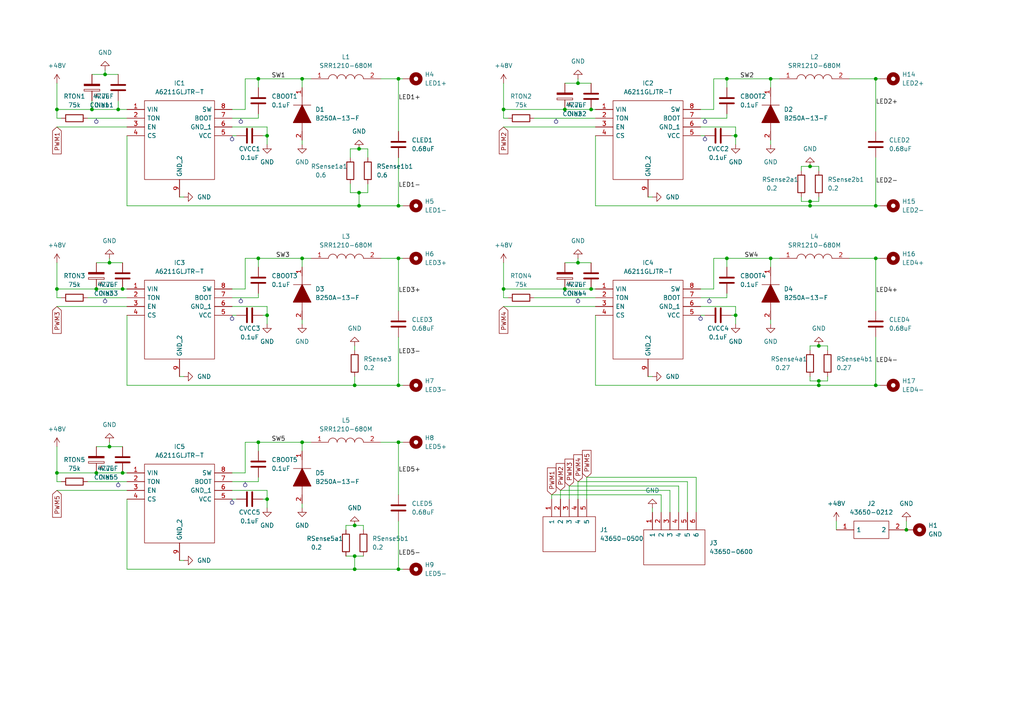
<source format=kicad_sch>
(kicad_sch (version 20230121) (generator eeschema)
  (paper "A4")
  (junction (at 115.57 128.27))
  (junction (at 16.51 31.75))
  (junction (at 262.89 153.67))
  (junction (at 102.87 111.76))
  (junction (at 27.94 137.16))
  (junction (at 104.14 55.88))
  (junction (at 223.52 22.86))
  (junction (at 74.93 74.93))
  (junction (at 163.83 31.75))
  (junction (at 27.94 83.82))
  (junction (at 213.36 39.37))
  (junction (at 77.47 39.37))
  (junction (at 77.47 91.44))
  (junction (at 163.83 83.82))
  (junction (at 234.95 59.69))
  (junction (at 87.63 22.86))
  (junction (at 223.52 74.93))
  (junction (at 234.95 48.26))
  (junction (at 254 59.69))
  (junction (at 115.57 165.1))
  (junction (at 171.45 31.75))
  (junction (at 30.48 21.59))
  (junction (at 254 111.76))
  (junction (at 167.64 76.2))
  (junction (at 102.87 161.29))
  (junction (at 234.95 58.42))
  (junction (at 115.57 22.86))
  (junction (at 210.82 22.86))
  (junction (at 31.75 76.2))
  (junction (at 35.56 137.16))
  (junction (at 213.36 91.44))
  (junction (at 115.57 59.69))
  (junction (at 35.56 83.82))
  (junction (at 26.67 31.75))
  (junction (at 102.87 165.1))
  (junction (at 104.14 43.18))
  (junction (at 104.14 59.69))
  (junction (at 31.75 129.54))
  (junction (at 254 74.93))
  (junction (at 115.57 111.76))
  (junction (at 74.93 128.27))
  (junction (at 87.63 128.27))
  (junction (at 167.64 24.13))
  (junction (at 254 22.86))
  (junction (at 171.45 83.82))
  (junction (at 34.29 31.75))
  (junction (at 146.05 83.82))
  (junction (at 87.63 74.93))
  (junction (at 237.49 100.33))
  (junction (at 102.87 152.4))
  (junction (at 237.49 111.76))
  (junction (at 146.05 31.75))
  (junction (at 210.82 74.93))
  (junction (at 115.57 74.93))
  (junction (at 74.93 22.86))
  (junction (at 77.47 144.78))
  (junction (at 16.51 83.82))
  (junction (at 16.51 137.16))
  (junction (at 237.49 110.49))
  (wire (pts (xy 77.47 144.78) (xy 77.47 147.32)))
  (wire (pts (xy 254 22.86) (xy 254 38.1)))
  (wire (pts (xy 194.31 142.24) (xy 194.31 148.59)))
  (wire (pts (xy 163.83 24.13) (xy 167.64 24.13)))
  (wire (pts (xy 16.51 129.54) (xy 16.51 137.16)))
  (wire (pts (xy 17.78 86.36) (xy 16.51 86.36)))
  (wire (pts (xy 254 45.72) (xy 254 59.69)))
  (wire (pts (xy 213.36 36.83) (xy 213.36 39.37)))
  (wire (pts (xy 87.63 92.71) (xy 87.63 93.98)))
  (wire (pts (xy 16.51 36.83) (xy 36.83 36.83)))
  (wire (pts (xy 36.83 111.76) (xy 36.83 91.44)))
  (wire (pts (xy 203.2 36.83) (xy 213.36 36.83)))
  (wire (pts (xy 194.31 142.24) (xy 162.56 142.24)))
  (wire (pts (xy 87.63 22.86) (xy 90.17 22.86)))
  (wire (pts (xy 234.95 48.26) (xy 237.49 48.26)))
  (wire (pts (xy 16.51 34.29) (xy 17.78 34.29)))
  (wire (pts (xy 74.93 22.86) (xy 87.63 22.86)))
  (wire (pts (xy 76.2 39.37) (xy 77.47 39.37)))
  (wire (pts (xy 77.47 36.83) (xy 77.47 39.37)))
  (wire (pts (xy 172.72 111.76) (xy 237.49 111.76)))
  (wire (pts (xy 210.82 22.86) (xy 223.52 22.86)))
  (wire (pts (xy 102.87 161.29) (xy 105.41 161.29)))
  (wire (pts (xy 31.75 128.27) (xy 31.75 129.54)))
  (wire (pts (xy 210.82 74.93) (xy 210.82 77.47)))
  (wire (pts (xy 27.94 129.54) (xy 31.75 129.54)))
  (wire (pts (xy 191.77 143.51) (xy 191.77 148.59)))
  (wire (pts (xy 106.68 53.34) (xy 106.68 55.88)))
  (wire (pts (xy 167.64 74.93) (xy 167.64 76.2)))
  (wire (pts (xy 102.87 109.22) (xy 102.87 111.76)))
  (wire (pts (xy 100.33 161.29) (xy 102.87 161.29)))
  (wire (pts (xy 201.93 138.43) (xy 201.93 148.59)))
  (wire (pts (xy 67.31 36.83) (xy 77.47 36.83)))
  (wire (pts (xy 223.52 22.86) (xy 226.06 22.86)))
  (wire (pts (xy 199.39 139.7) (xy 199.39 148.59)))
  (wire (pts (xy 115.57 74.93) (xy 115.57 90.17)))
  (wire (pts (xy 67.31 83.82) (xy 71.12 83.82)))
  (wire (pts (xy 100.33 153.67) (xy 100.33 152.4)))
  (wire (pts (xy 146.05 31.75) (xy 163.83 31.75)))
  (wire (pts (xy 254 74.93) (xy 254 90.17)))
  (wire (pts (xy 210.82 22.86) (xy 210.82 25.4)))
  (wire (pts (xy 146.05 88.9) (xy 172.72 88.9)))
  (wire (pts (xy 67.31 139.7) (xy 74.93 139.7)))
  (wire (pts (xy 87.63 40.64) (xy 87.63 41.91)))
  (wire (pts (xy 71.12 137.16) (xy 71.12 128.27)))
  (wire (pts (xy 115.57 59.69) (xy 116.84 59.69)))
  (wire (pts (xy 101.6 55.88) (xy 104.14 55.88)))
  (wire (pts (xy 254 22.86) (xy 255.27 22.86)))
  (wire (pts (xy 67.31 31.75) (xy 71.12 31.75)))
  (wire (pts (xy 87.63 146.05) (xy 87.63 147.32)))
  (wire (pts (xy 234.95 100.33) (xy 237.49 100.33)))
  (wire (pts (xy 167.64 139.7) (xy 167.64 144.78)))
  (wire (pts (xy 160.02 143.51) (xy 191.77 143.51)))
  (wire (pts (xy 223.52 74.93) (xy 226.06 74.93)))
  (wire (pts (xy 87.63 128.27) (xy 87.63 130.81)))
  (wire (pts (xy 102.87 101.6) (xy 102.87 100.33)))
  (wire (pts (xy 77.47 88.9) (xy 77.47 91.44)))
  (wire (pts (xy 67.31 142.24) (xy 77.47 142.24)))
  (wire (pts (xy 25.4 34.29) (xy 36.83 34.29)))
  (wire (pts (xy 234.95 58.42) (xy 237.49 58.42)))
  (wire (pts (xy 163.83 76.2) (xy 167.64 76.2)))
  (wire (pts (xy 237.49 58.42) (xy 237.49 57.15)))
  (wire (pts (xy 67.31 88.9) (xy 77.47 88.9)))
  (wire (pts (xy 147.32 34.29) (xy 146.05 34.29)))
  (wire (pts (xy 242.57 151.13) (xy 242.57 153.67)))
  (wire (pts (xy 87.63 22.86) (xy 87.63 25.4)))
  (wire (pts (xy 30.48 21.59) (xy 34.29 21.59)))
  (wire (pts (xy 102.87 111.76) (xy 36.83 111.76)))
  (wire (pts (xy 203.2 39.37) (xy 204.47 39.37)))
  (wire (pts (xy 74.93 74.93) (xy 87.63 74.93)))
  (wire (pts (xy 203.2 91.44) (xy 204.47 91.44)))
  (wire (pts (xy 213.36 39.37) (xy 213.36 41.91)))
  (wire (pts (xy 232.41 57.15) (xy 232.41 58.42)))
  (wire (pts (xy 52.07 109.22) (xy 53.34 109.22)))
  (wire (pts (xy 36.83 165.1) (xy 36.83 144.78)))
  (wire (pts (xy 115.57 74.93) (xy 116.84 74.93)))
  (wire (pts (xy 115.57 151.13) (xy 115.57 165.1)))
  (wire (pts (xy 26.67 31.75) (xy 34.29 31.75)))
  (wire (pts (xy 74.93 22.86) (xy 74.93 25.4)))
  (wire (pts (xy 16.51 76.2) (xy 16.51 83.82)))
  (wire (pts (xy 30.48 20.32) (xy 30.48 21.59)))
  (wire (pts (xy 16.51 24.13) (xy 16.51 31.75)))
  (wire (pts (xy 115.57 128.27) (xy 116.84 128.27)))
  (wire (pts (xy 26.67 29.21) (xy 26.67 31.75)))
  (wire (pts (xy 36.83 59.69) (xy 104.14 59.69)))
  (wire (pts (xy 146.05 24.13) (xy 146.05 31.75)))
  (wire (pts (xy 115.57 22.86) (xy 115.57 38.1)))
  (wire (pts (xy 100.33 152.4) (xy 102.87 152.4)))
  (wire (pts (xy 115.57 97.79) (xy 115.57 111.76)))
  (wire (pts (xy 102.87 111.76) (xy 115.57 111.76)))
  (wire (pts (xy 207.01 31.75) (xy 207.01 22.86)))
  (wire (pts (xy 52.07 162.56) (xy 53.34 162.56)))
  (wire (pts (xy 115.57 45.72) (xy 115.57 59.69)))
  (wire (pts (xy 154.94 86.36) (xy 172.72 86.36)))
  (wire (pts (xy 237.49 100.33) (xy 240.03 100.33)))
  (wire (pts (xy 27.94 83.82) (xy 35.56 83.82)))
  (wire (pts (xy 234.95 101.6) (xy 234.95 100.33)))
  (wire (pts (xy 101.6 45.72) (xy 101.6 43.18)))
  (wire (pts (xy 223.52 40.64) (xy 223.52 41.91)))
  (wire (pts (xy 167.64 24.13) (xy 171.45 24.13)))
  (wire (pts (xy 101.6 53.34) (xy 101.6 55.88)))
  (wire (pts (xy 102.87 165.1) (xy 115.57 165.1)))
  (wire (pts (xy 223.52 74.93) (xy 223.52 77.47)))
  (wire (pts (xy 246.38 22.86) (xy 254 22.86)))
  (wire (pts (xy 213.36 88.9) (xy 213.36 91.44)))
  (wire (pts (xy 165.1 140.97) (xy 196.85 140.97)))
  (wire (pts (xy 167.64 76.2) (xy 171.45 76.2)))
  (wire (pts (xy 35.56 83.82) (xy 36.83 83.82)))
  (wire (pts (xy 17.78 139.7) (xy 16.51 139.7)))
  (wire (pts (xy 162.56 142.24) (xy 162.56 144.78)))
  (wire (pts (xy 77.47 142.24) (xy 77.47 144.78)))
  (wire (pts (xy 223.52 22.86) (xy 223.52 25.4)))
  (wire (pts (xy 187.96 109.22) (xy 189.23 109.22)))
  (wire (pts (xy 262.89 151.13) (xy 262.89 153.67)))
  (wire (pts (xy 254 97.79) (xy 254 111.76)))
  (wire (pts (xy 232.41 49.53) (xy 232.41 48.26)))
  (wire (pts (xy 104.14 59.69) (xy 115.57 59.69)))
  (wire (pts (xy 87.63 74.93) (xy 90.17 74.93)))
  (wire (pts (xy 172.72 59.69) (xy 234.95 59.69)))
  (wire (pts (xy 16.51 137.16) (xy 16.51 139.7)))
  (wire (pts (xy 210.82 86.36) (xy 210.82 85.09)))
  (wire (pts (xy 105.41 153.67) (xy 105.41 152.4)))
  (wire (pts (xy 102.87 161.29) (xy 102.87 165.1)))
  (wire (pts (xy 101.6 43.18) (xy 104.14 43.18)))
  (wire (pts (xy 171.45 31.75) (xy 172.72 31.75)))
  (wire (pts (xy 234.95 59.69) (xy 254 59.69)))
  (wire (pts (xy 67.31 144.78) (xy 68.58 144.78)))
  (wire (pts (xy 110.49 74.93) (xy 115.57 74.93)))
  (wire (pts (xy 237.49 110.49) (xy 237.49 111.76)))
  (wire (pts (xy 52.07 57.15) (xy 53.34 57.15)))
  (wire (pts (xy 207.01 22.86) (xy 210.82 22.86)))
  (wire (pts (xy 254 74.93) (xy 255.27 74.93)))
  (wire (pts (xy 71.12 74.93) (xy 74.93 74.93)))
  (wire (pts (xy 115.57 165.1) (xy 116.84 165.1)))
  (wire (pts (xy 104.14 55.88) (xy 104.14 59.69)))
  (wire (pts (xy 240.03 110.49) (xy 240.03 109.22)))
  (wire (pts (xy 207.01 74.93) (xy 210.82 74.93)))
  (wire (pts (xy 254 59.69) (xy 255.27 59.69)))
  (wire (pts (xy 74.93 128.27) (xy 74.93 130.81)))
  (wire (pts (xy 87.63 74.93) (xy 87.63 77.47)))
  (wire (pts (xy 16.51 137.16) (xy 27.94 137.16)))
  (wire (pts (xy 31.75 74.93) (xy 31.75 76.2)))
  (wire (pts (xy 146.05 76.2) (xy 146.05 83.82)))
  (wire (pts (xy 170.18 138.43) (xy 201.93 138.43)))
  (wire (pts (xy 237.49 110.49) (xy 240.03 110.49)))
  (wire (pts (xy 167.64 139.7) (xy 199.39 139.7)))
  (wire (pts (xy 254 111.76) (xy 255.27 111.76)))
  (wire (pts (xy 74.93 86.36) (xy 74.93 85.09)))
  (wire (pts (xy 76.2 91.44) (xy 77.47 91.44)))
  (wire (pts (xy 187.96 57.15) (xy 189.23 57.15)))
  (wire (pts (xy 232.41 58.42) (xy 234.95 58.42)))
  (wire (pts (xy 36.83 59.69) (xy 36.83 39.37)))
  (wire (pts (xy 172.72 111.76) (xy 172.72 91.44)))
  (wire (pts (xy 27.94 76.2) (xy 31.75 76.2)))
  (wire (pts (xy 213.36 91.44) (xy 213.36 93.98)))
  (wire (pts (xy 71.12 22.86) (xy 74.93 22.86)))
  (wire (pts (xy 146.05 83.82) (xy 163.83 83.82)))
  (wire (pts (xy 163.83 83.82) (xy 171.45 83.82)))
  (wire (pts (xy 106.68 55.88) (xy 104.14 55.88)))
  (wire (pts (xy 67.31 39.37) (xy 68.58 39.37)))
  (wire (pts (xy 115.57 128.27) (xy 115.57 143.51)))
  (wire (pts (xy 172.72 59.69) (xy 172.72 39.37)))
  (wire (pts (xy 223.52 92.71) (xy 223.52 93.98)))
  (wire (pts (xy 189.23 147.32) (xy 189.23 148.59)))
  (wire (pts (xy 115.57 111.76) (xy 116.84 111.76)))
  (wire (pts (xy 115.57 22.86) (xy 116.84 22.86)))
  (wire (pts (xy 203.2 31.75) (xy 207.01 31.75)))
  (wire (pts (xy 196.85 140.97) (xy 196.85 148.59)))
  (wire (pts (xy 25.4 86.36) (xy 36.83 86.36)))
  (wire (pts (xy 234.95 109.22) (xy 234.95 110.49)))
  (wire (pts (xy 212.09 39.37) (xy 213.36 39.37)))
  (wire (pts (xy 246.38 74.93) (xy 254 74.93)))
  (wire (pts (xy 34.29 31.75) (xy 36.83 31.75)))
  (wire (pts (xy 34.29 29.21) (xy 34.29 31.75)))
  (wire (pts (xy 106.68 43.18) (xy 104.14 43.18)))
  (wire (pts (xy 16.51 31.75) (xy 26.67 31.75)))
  (wire (pts (xy 67.31 137.16) (xy 71.12 137.16)))
  (wire (pts (xy 237.49 111.76) (xy 254 111.76)))
  (wire (pts (xy 67.31 91.44) (xy 68.58 91.44)))
  (wire (pts (xy 67.31 34.29) (xy 74.93 34.29)))
  (wire (pts (xy 71.12 31.75) (xy 71.12 22.86)))
  (wire (pts (xy 77.47 91.44) (xy 77.47 93.98)))
  (wire (pts (xy 74.93 74.93) (xy 74.93 77.47)))
  (wire (pts (xy 71.12 128.27) (xy 74.93 128.27)))
  (wire (pts (xy 87.63 128.27) (xy 90.17 128.27)))
  (wire (pts (xy 110.49 22.86) (xy 115.57 22.86)))
  (wire (pts (xy 146.05 31.75) (xy 146.05 34.29)))
  (wire (pts (xy 234.95 110.49) (xy 237.49 110.49)))
  (wire (pts (xy 102.87 165.1) (xy 36.83 165.1)))
  (wire (pts (xy 163.83 31.75) (xy 171.45 31.75)))
  (wire (pts (xy 212.09 91.44) (xy 213.36 91.44)))
  (wire (pts (xy 74.93 128.27) (xy 87.63 128.27)))
  (wire (pts (xy 71.12 83.82) (xy 71.12 74.93)))
  (wire (pts (xy 240.03 101.6) (xy 240.03 100.33)))
  (wire (pts (xy 146.05 36.83) (xy 172.72 36.83)))
  (wire (pts (xy 203.2 83.82) (xy 207.01 83.82)))
  (wire (pts (xy 76.2 144.78) (xy 77.47 144.78)))
  (wire (pts (xy 234.95 58.42) (xy 234.95 59.69)))
  (wire (pts (xy 171.45 83.82) (xy 172.72 83.82)))
  (wire (pts (xy 165.1 140.97) (xy 165.1 144.78)))
  (wire (pts (xy 67.31 86.36) (xy 74.93 86.36)))
  (wire (pts (xy 16.51 88.9) (xy 36.83 88.9)))
  (wire (pts (xy 102.87 152.4) (xy 105.41 152.4)))
  (wire (pts (xy 26.67 21.59) (xy 30.48 21.59)))
  (wire (pts (xy 207.01 83.82) (xy 207.01 74.93)))
  (wire (pts (xy 210.82 34.29) (xy 210.82 33.02)))
  (wire (pts (xy 110.49 128.27) (xy 115.57 128.27)))
  (wire (pts (xy 16.51 83.82) (xy 16.51 86.36)))
  (wire (pts (xy 146.05 83.82) (xy 146.05 86.36)))
  (wire (pts (xy 74.93 139.7) (xy 74.93 138.43)))
  (wire (pts (xy 203.2 86.36) (xy 210.82 86.36)))
  (wire (pts (xy 170.18 144.78) (xy 170.18 138.43)))
  (wire (pts (xy 31.75 76.2) (xy 35.56 76.2)))
  (wire (pts (xy 203.2 88.9) (xy 213.36 88.9)))
  (wire (pts (xy 16.51 142.24) (xy 36.83 142.24)))
  (wire (pts (xy 160.02 143.51) (xy 160.02 144.78)))
  (wire (pts (xy 16.51 31.75) (xy 16.51 34.29)))
  (wire (pts (xy 31.75 129.54) (xy 35.56 129.54)))
  (wire (pts (xy 35.56 137.16) (xy 36.83 137.16)))
  (wire (pts (xy 147.32 86.36) (xy 146.05 86.36)))
  (wire (pts (xy 27.94 137.16) (xy 35.56 137.16)))
  (wire (pts (xy 154.94 34.29) (xy 172.72 34.29)))
  (wire (pts (xy 16.51 83.82) (xy 27.94 83.82)))
  (wire (pts (xy 203.2 34.29) (xy 210.82 34.29)))
  (wire (pts (xy 232.41 48.26) (xy 234.95 48.26)))
  (wire (pts (xy 237.49 49.53) (xy 237.49 48.26)))
  (wire (pts (xy 106.68 43.18) (xy 106.68 45.72)))
  (wire (pts (xy 74.93 34.29) (xy 74.93 33.02)))
  (wire (pts (xy 210.82 74.93) (xy 223.52 74.93)))
  (wire (pts (xy 77.47 39.37) (xy 77.47 41.91)))
  (wire (pts (xy 167.64 22.86) (xy 167.64 24.13)))
  (wire (pts (xy 25.4 139.7) (xy 36.83 139.7)))
  (label "LED2+" (at 254 30.48 0))
  (label "SW5" (at 78.74 128.27 0))
  (label "LED4-" (at 254 105.41 0))
  (label "LED1+" (at 115.57 29.21 0))
  (label "LED4+" (at 254 85.09 0))
  (label "SW4" (at 215.9 74.93 0))
  (label "LED3-" (at 115.57 102.87 0))
  (label "SW3" (at 80.01 74.93 0))
  (label "LED5+" (at 115.57 137.16 0))
  (label "LED2-" (at 254 53.34 0))
  (label "LED3+" (at 115.57 85.09 0))
  (label "SW1" (at 78.74 22.86 0))
  (label "SW2" (at 214.63 22.86 0))
  (label "LED5-" (at 115.57 161.29 0))
  (label "LED1-" (at 115.57 54.61 0))
  (global_label "PWM3" (shape input) (at 16.51 88.9 270) (property "Intersheetrefs" "${INTERSHEET_REFS}" (effects hide)))
  (global_label "PWM4" (shape input) (at 167.64 139.7 90) (property "Intersheetrefs" "${INTERSHEET_REFS}" (effects hide)))
  (global_label "PWM5" (shape input) (at 170.18 138.43 90) (property "Intersheetrefs" "${INTERSHEET_REFS}" (effects hide)))
  (global_label "PWM2" (shape input) (at 146.05 36.83 270) (property "Intersheetrefs" "${INTERSHEET_REFS}" (effects hide)))
  (global_label "PWM5" (shape input) (at 16.51 142.24 270) (property "Intersheetrefs" "${INTERSHEET_REFS}" (effects hide)))
  (global_label "PWM3" (shape input) (at 165.1 140.97 90) (property "Intersheetrefs" "${INTERSHEET_REFS}" (effects hide)))
  (global_label "PWM1" (shape input) (at 160.02 143.51 90) (property "Intersheetrefs" "${INTERSHEET_REFS}" (effects hide)))
  (global_label "PWM1" (shape input) (at 16.51 36.83 270) (property "Intersheetrefs" "${INTERSHEET_REFS}" (effects hide)))
  (global_label "PWM2" (shape input) (at 162.56 142.24 90) (property "Intersheetrefs" "${INTERSHEET_REFS}" (effects hide)))
  (global_label "PWM4" (shape input) (at 146.05 88.9 270) (property "Intersheetrefs" "${INTERSHEET_REFS}" (effects hide)))
  (netclass_flag "" (length 1) (shape round) (at 30.48 86.36 180) (property "Netclass" "signal" (effects hide)))
  (netclass_flag "" (length 1) (shape round) (at 67.31 39.37 180) (property "Netclass" "signal" (effects hide)))
  (netclass_flag "" (length 1) (shape round) (at 203.2 91.44 180) (property "Netclass" "signal" (effects hide)))
  (netclass_flag "" (length 1) (shape round) (at 27.94 34.29 180) (property "Netclass" "signal" (effects hide)))
  (netclass_flag "" (length 1) (shape round) (at 69.85 34.29 180) (property "Netclass" "signal" (effects hide)))
  (netclass_flag "" (length 1) (shape round) (at 71.12 139.7 180) (property "Netclass" "signal" (effects hide)))
  (netclass_flag "" (length 1) (shape round) (at 67.31 144.78 180) (property "Netclass" "signal" (effects hide)))
  (netclass_flag "" (length 1) (shape round) (at 161.29 34.29 180) (property "Netclass" "signal" (effects hide)))
  (netclass_flag "" (length 1) (shape round) (at 205.74 86.36 180) (property "Netclass" "signal" (effects hide)))
  (netclass_flag "" (length 1) (shape round) (at 167.64 86.36 180) (property "Netclass" "signal" (effects hide)))
  (netclass_flag "" (length 1) (shape round) (at 204.47 39.37 180) (property "Netclass" "signal" (effects hide)))
  (netclass_flag "" (length 1) (shape round) (at 34.29 139.7 180) (property "Netclass" "signal" (effects hide)))
  (netclass_flag "" (length 1) (shape round) (at 67.31 91.44 180) (property "Netclass" "signal" (effects hide)))
  (netclass_flag "" (length 1) (shape round) (at 204.47 34.29 180) (property "Netclass" "signal" (effects hide)))
  (netclass_flag "" (length 1) (shape round) (at 69.85 86.36 180) (property "Netclass" "signal" (effects hide)))
  (symbol (lib_id "Device:C") (at 254 41.91 0) (unit 1)
    (property "Reference" "CLED2" (at 257.81 40.64 0) (effects (justify left)))
    (property "Value" "0.68uF" (at 257.81 43.18 0) (effects (justify left)))
    (property "Footprint" "Capacitor_SMD:C_1210_3225Metric" (effects hide))
  )
  (symbol (lib_id "Device:C") (at 74.93 134.62 0) (unit 1)
    (property "Reference" "CBOOT5" (at 78.74 133.35 0) (effects (justify left)))
    (property "Value" "0.1uF" (at 78.74 135.89 0) (effects (justify left)))
    (property "Footprint" "Capacitor_SMD:C_0603_1608Metric" (effects hide))
  )
  (symbol (lib_id "SRR1210-680M:SRR1210-680M") (at 90.17 128.27 0) (unit 1)
    (property "Reference" "L5" (at 100.33 121.92 0))
    (property "Value" "SRR1210-680M" (at 100.33 124.46 0))
    (property "Footprint" "SRR1210-680M:SRR1210" (effects hide))
    (property "Datasheet" "https://www.bourns.com/pdfs/SRR1210.pdf" (effects hide))
    (property "Description" "Power inductor SMD shielded 68uH 3A Bourns SRR1210 Series Shielded Wire-wound SMD Inductor with a Ferrite Core, 68 uH +/-20% 3A Idc Q:12" (effects hide))
    (property "Manufacturer_Name" "Bourns" (effects hide))
    (property "Manufacturer_Part_Number" "SRR1210-680M" (effects hide))
    (property "Mouser Part Number" "652-SRR1210-680M" (effects hide))
    (property "Mouser Price/Stock" "https://www.mouser.co.uk/ProductDetail/Bourns/SRR1210-680M?qs=4vvWAaIu%2Fq7jxuGAr15C2Q%3D%3D" (effects hide))
    (property "Arrow Part Number" "SRR1210-680M" (effects hide))
    (property "Arrow Price/Stock" "https://www.arrow.com/en/products/srr1210-680m/bourns" (effects hide))
  )
  (symbol (lib_id "power:GND") (at 53.34 109.22 90) (unit 1)
    (property "Reference" "#PWR023" (effects hide))
    (property "Value" "GND" (at 57.15 109.22 90) (effects (justify right)))
  )
  (symbol (lib_id "Device:R") (at 105.41 157.48 180) (unit 1)
    (property "Reference" "RSense5b1" (at 107.95 156.21 0) (effects (justify right)))
    (property "Value" "0.2" (at 107.95 158.75 0) (effects (justify right)))
    (property "Footprint" "Resistor_SMD:R_0805_2012Metric" (effects hide))
  )
  (symbol (lib_id "Mechanical:MountingHole_Pad") (at 257.81 111.76 270) (unit 1)
    (property "Reference" "H17" (at 261.62 110.49 90) (effects (justify left)))
    (property "Value" "LED4-" (at 261.62 113.03 90) (effects (justify left)))
    (property "Footprint" "MountingHole:MountingHole_2.2mm_M2_DIN965_Pad" (effects hide))
  )
  (symbol (lib_id "Device:C") (at 115.57 41.91 0) (unit 1)
    (property "Reference" "CLED1" (at 119.38 40.64 0) (effects (justify left)))
    (property "Value" "0.68uF" (at 119.38 43.18 0) (effects (justify left)))
    (property "Footprint" "Capacitor_SMD:C_1210_3225Metric" (effects hide))
  )
  (symbol (lib_id "B250A-13-F:B250A-13-F") (at 87.63 130.81 270) (unit 1)
    (property "Reference" "D5" (at 91.44 137.16 90) (effects (justify left)))
    (property "Value" "B250A-13-F" (at 91.44 139.7 90) (effects (justify left)))
    (property "Footprint" "B250A-13-F:DIOM5226X230N" (effects hide))
    (property "Datasheet" "https://www.diodes.com/assets/Datasheets/ds13004.pdf" (effects hide))
    (property "Description" "Diodes Inc B250A-13-F, SMT Schottky Diode, 50V 2A, 2-Pin DO-214AC" (effects hide))
    (property "Height" "2.3" (effects hide))
    (property "Manufacturer_Name" "Diodes Inc." (effects hide))
    (property "Manufacturer_Part_Number" "B250A-13-F" (effects hide))
    (property "Mouser Part Number" "621-B250A-F" (effects hide))
    (property "Mouser Price/Stock" "https://www.mouser.co.uk/ProductDetail/Diodes-Incorporated/B250A-13-F?qs=vCs%252BXXHcZCYwSuq4TGO9ug%3D%3D" (effects hide))
    (property "Arrow Part Number" "B250A-13-F" (effects hide))
    (property "Arrow Price/Stock" "https://www.arrow.com/en/products/b250a-13-f/diodes-incorporated?region=nac" (effects hide))
  )
  (symbol (lib_id "Device:C_Polarized") (at 27.94 80.01 180) (unit 1)
    (property "Reference" "CINa3" (at 33.02 85.09 0) (effects (justify left)))
    (property "Value" "47uF" (at 33.02 82.55 0) (effects (justify left)))
    (property "Footprint" "Capacitor_SMD:CP_Elec_6.3x5.8" (effects hide))
  )
  (symbol (lib_id "43650-0212:43650-0212") (at 242.57 153.67 0) (unit 1)
    (property "Reference" "J2" (at 252.73 146.05 0))
    (property "Value" "43650-0212" (at 252.73 148.59 0))
    (property "Footprint" "43650-0212:43650-02_12,13,14_" (effects hide))
    (property "Datasheet" "https://www.molex.com/pdm_docs/sd/436500212_sd.pdf" (effects hide))
    (property "Description" "Micro-Fit 3.0 Right-Angle Header, 3.00mm Pitch, Single Row, 2 Circuits, with Solder Tab, Glow-Wire Capable, Black, Tape and Reel" (effects hide))
    (property "Height" "5.57" (effects hide))
    (property "Manufacturer_Name" "Molex" (effects hide))
    (property "Manufacturer_Part_Number" "43650-0212" (effects hide))
    (property "Mouser Part Number" "538-43650-0212" (effects hide))
    (property "Mouser Price/Stock" "https://www.mouser.co.uk/ProductDetail/Molex/43650-0212?qs=zi95yC3thwGsNF9etovFgw%3D%3D" (effects hide))
    (property "Arrow Part Number" "43650-0212" (effects hide))
    (property "Arrow Price/Stock" "https://www.arrow.com/en/products/43650-0212/molex" (effects hide))
  )
  (symbol (lib_id "Device:R") (at 234.95 105.41 180) (unit 1)
    (property "Reference" "RSense4a1" (at 223.52 104.14 0) (effects (justify right)))
    (property "Value" "0.27" (at 224.79 106.68 0) (effects (justify right)))
    (property "Footprint" "Resistor_SMD:R_0805_2012Metric" (effects hide))
  )
  (symbol (lib_id "power:GND") (at 53.34 57.15 90) (unit 1)
    (property "Reference" "#PWR027" (effects hide))
    (property "Value" "GND" (at 57.15 57.15 90) (effects (justify right)))
  )
  (symbol (lib_id "Device:R") (at 21.59 34.29 90) (unit 1)
    (property "Reference" "RTON1" (at 21.59 27.94 90))
    (property "Value" "75k" (at 21.59 30.48 90))
    (property "Footprint" "Resistor_SMD:R_0603_1608Metric" (effects hide))
  )
  (symbol (lib_id "Device:R") (at 101.6 49.53 180) (unit 1)
    (property "Reference" "RSense1a1" (at 90.17 48.26 0) (effects (justify right)))
    (property "Value" "0.6" (at 91.44 50.8 0) (effects (justify right)))
    (property "Footprint" "Resistor_SMD:R_1812_4532Metric" (effects hide))
  )
  (symbol (lib_id "power:GND") (at 189.23 147.32 180) (unit 1)
    (property "Reference" "#PWR033" (effects hide))
    (property "Value" "GND" (at 189.23 142.24 0))
  )
  (symbol (lib_id "Device:C") (at 34.29 25.4 180) (unit 1)
    (property "Reference" "CINb1" (at 33.02 30.48 0) (effects (justify left)))
    (property "Value" "4.7uF" (at 33.02 27.94 0) (effects (justify left)))
    (property "Footprint" "Capacitor_SMD:C_1210_3225Metric" (effects hide))
  )
  (symbol (lib_id "B250A-13-F:B250A-13-F") (at 87.63 77.47 270) (unit 1)
    (property "Reference" "D3" (at 91.44 83.82 90) (effects (justify left)))
    (property "Value" "B250A-13-F" (at 91.44 86.36 90) (effects (justify left)))
    (property "Footprint" "B250A-13-F:DIOM5226X230N" (effects hide))
    (property "Datasheet" "https://www.diodes.com/assets/Datasheets/ds13004.pdf" (effects hide))
    (property "Description" "Diodes Inc B250A-13-F, SMT Schottky Diode, 50V 2A, 2-Pin DO-214AC" (effects hide))
    (property "Height" "2.3" (effects hide))
    (property "Manufacturer_Name" "Diodes Inc." (effects hide))
    (property "Manufacturer_Part_Number" "B250A-13-F" (effects hide))
    (property "Mouser Part Number" "621-B250A-F" (effects hide))
    (property "Mouser Price/Stock" "https://www.mouser.co.uk/ProductDetail/Diodes-Incorporated/B250A-13-F?qs=vCs%252BXXHcZCYwSuq4TGO9ug%3D%3D" (effects hide))
    (property "Arrow Part Number" "B250A-13-F" (effects hide))
    (property "Arrow Price/Stock" "https://www.arrow.com/en/products/b250a-13-f/diodes-incorporated?region=nac" (effects hide))
  )
  (symbol (lib_id "power:GND") (at 223.52 93.98 0) (unit 1)
    (property "Reference" "#PWR015" (effects hide))
    (property "Value" "GND" (at 223.52 99.06 0))
  )
  (symbol (lib_id "Device:C_Polarized") (at 26.67 25.4 180) (unit 1)
    (property "Reference" "CINa1" (at 31.75 30.48 0) (effects (justify left)))
    (property "Value" "47uF" (at 31.75 27.94 0) (effects (justify left)))
    (property "Footprint" "Capacitor_SMD:CP_Elec_6.3x5.8" (effects hide))
  )
  (symbol (lib_id "Device:R") (at 21.59 86.36 90) (unit 1)
    (property "Reference" "RTON3" (at 21.59 80.01 90))
    (property "Value" "75k" (at 21.59 82.55 90))
    (property "Footprint" "Resistor_SMD:R_0603_1608Metric" (effects hide))
  )
  (symbol (lib_id "power:GND") (at 213.36 93.98 0) (unit 1)
    (property "Reference" "#PWR014" (effects hide))
    (property "Value" "GND" (at 213.36 99.06 0))
  )
  (symbol (lib_id "power:GND") (at 77.47 41.91 0) (unit 1)
    (property "Reference" "#PWR01" (effects hide))
    (property "Value" "GND" (at 77.47 46.99 0))
  )
  (symbol (lib_id "power:GND") (at 30.48 20.32 180) (unit 1)
    (property "Reference" "#PWR028" (effects hide))
    (property "Value" "GND" (at 30.48 15.24 0))
  )
  (symbol (lib_id "power:GND") (at 102.87 152.4 180) (unit 1)
    (property "Reference" "#PWR020" (effects hide))
    (property "Value" "GND" (at 102.87 147.32 0))
  )
  (symbol (lib_id "power:GND") (at 167.64 22.86 180) (unit 1)
    (property "Reference" "#PWR029" (effects hide))
    (property "Value" "GND" (at 167.64 17.78 0))
  )
  (symbol (lib_id "Device:C") (at 74.93 81.28 0) (unit 1)
    (property "Reference" "CBOOT3" (at 78.74 80.01 0) (effects (justify left)))
    (property "Value" "0.1uF" (at 78.74 82.55 0) (effects (justify left)))
    (property "Footprint" "Capacitor_SMD:C_0603_1608Metric" (effects hide))
  )
  (symbol (lib_id "Mechanical:MountingHole_Pad") (at 119.38 74.93 270) (unit 1)
    (property "Reference" "H6" (at 123.19 73.66 90) (effects (justify left)))
    (property "Value" "LED3+" (at 123.19 76.2 90) (effects (justify left)))
    (property "Footprint" "MountingHole:MountingHole_2.2mm_M2_DIN965_Pad" (effects hide))
  )
  (symbol (lib_id "Device:C") (at 254 93.98 0) (unit 1)
    (property "Reference" "CLED4" (at 257.81 92.71 0) (effects (justify left)))
    (property "Value" "0.68uF" (at 257.81 95.25 0) (effects (justify left)))
    (property "Footprint" "Capacitor_SMD:C_1210_3225Metric" (effects hide))
  )
  (symbol (lib_id "Device:C") (at 35.56 133.35 180) (unit 1)
    (property "Reference" "CINb5" (at 34.29 138.43 0) (effects (justify left)))
    (property "Value" "4.7uF" (at 34.29 135.89 0) (effects (justify left)))
    (property "Footprint" "Capacitor_SMD:C_1210_3225Metric" (effects hide))
  )
  (symbol (lib_id "SRR1210-680M:SRR1210-680M") (at 226.06 74.93 0) (unit 1)
    (property "Reference" "L4" (at 236.22 68.58 0))
    (property "Value" "SRR1210-680M" (at 236.22 71.12 0))
    (property "Footprint" "SRR1210-680M:SRR1210" (effects hide))
    (property "Datasheet" "https://www.bourns.com/pdfs/SRR1210.pdf" (effects hide))
    (property "Description" "Power inductor SMD shielded 68uH 3A Bourns SRR1210 Series Shielded Wire-wound SMD Inductor with a Ferrite Core, 68 uH +/-20% 3A Idc Q:12" (effects hide))
    (property "Manufacturer_Name" "Bourns" (effects hide))
    (property "Manufacturer_Part_Number" "SRR1210-680M" (effects hide))
    (property "Mouser Part Number" "652-SRR1210-680M" (effects hide))
    (property "Mouser Price/Stock" "https://www.mouser.co.uk/ProductDetail/Bourns/SRR1210-680M?qs=4vvWAaIu%2Fq7jxuGAr15C2Q%3D%3D" (effects hide))
    (property "Arrow Part Number" "SRR1210-680M" (effects hide))
    (property "Arrow Price/Stock" "https://www.arrow.com/en/products/srr1210-680m/bourns" (effects hide))
  )
  (symbol (lib_id "B250A-13-F:B250A-13-F") (at 223.52 77.47 270) (unit 1)
    (property "Reference" "D4" (at 227.33 83.82 90) (effects (justify left)))
    (property "Value" "B250A-13-F" (at 227.33 86.36 90) (effects (justify left)))
    (property "Footprint" "B250A-13-F:DIOM5226X230N" (effects hide))
    (property "Datasheet" "https://www.diodes.com/assets/Datasheets/ds13004.pdf" (effects hide))
    (property "Description" "Diodes Inc B250A-13-F, SMT Schottky Diode, 50V 2A, 2-Pin DO-214AC" (effects hide))
    (property "Height" "2.3" (effects hide))
    (property "Manufacturer_Name" "Diodes Inc." (effects hide))
    (property "Manufacturer_Part_Number" "B250A-13-F" (effects hide))
    (property "Mouser Part Number" "621-B250A-F" (effects hide))
    (property "Mouser Price/Stock" "https://www.mouser.co.uk/ProductDetail/Diodes-Incorporated/B250A-13-F?qs=vCs%252BXXHcZCYwSuq4TGO9ug%3D%3D" (effects hide))
    (property "Arrow Part Number" "B250A-13-F" (effects hide))
    (property "Arrow Price/Stock" "https://www.arrow.com/en/products/b250a-13-f/diodes-incorporated?region=nac" (effects hide))
  )
  (symbol (lib_id "Device:R") (at 151.13 86.36 90) (unit 1)
    (property "Reference" "RTON4" (at 151.13 80.01 90))
    (property "Value" "75k" (at 151.13 82.55 90))
    (property "Footprint" "Resistor_SMD:R_0603_1608Metric" (effects hide))
  )
  (symbol (lib_id "A6211GLJTR-T:A6211GLJTR-T") (at 36.83 31.75 0) (unit 1)
    (property "Reference" "IC1" (at 52.07 24.13 0))
    (property "Value" "A6211GLJTR-T" (at 52.07 26.67 0))
    (property "Footprint" "A6211GLJTR-T:SOIC127P600X170-9N" (effects hide))
    (property "Datasheet" "https://www.allegromicro.com/~/media/Files/Datasheets/A6211-Datasheet.ashx" (effects hide))
    (property "Description" "Led Driver 2A Buck" (effects hide))
    (property "Height" "1.7" (effects hide))
    (property "Manufacturer_Name" "Allegro Microsystems" (effects hide))
    (property "Manufacturer_Part_Number" "A6211GLJTR-T" (effects hide))
    (property "Mouser Part Number" "250-A6211GLJTR-T" (effects hide))
    (property "Mouser Price/Stock" "https://www.mouser.co.uk/ProductDetail/Allegro-MicroSystems/A6211GLJTR-T?qs=pUKx8fyJudB6ktKC8t53Sg%3D%3D" (effects hide))
    (property "Arrow Part Number" "A6211GLJTR-T" (effects hide))
    (property "Arrow Price/Stock" "https://www.arrow.com/en/products/a6211gljtr-t/allegro-microsystems" (effects hide))
  )
  (symbol (lib_id "A6211GLJTR-T:A6211GLJTR-T") (at 36.83 137.16 0) (unit 1)
    (property "Reference" "IC5" (at 52.07 129.54 0))
    (property "Value" "A6211GLJTR-T" (at 52.07 132.08 0))
    (property "Footprint" "A6211GLJTR-T:SOIC127P600X170-9N" (effects hide))
    (property "Datasheet" "https://www.allegromicro.com/~/media/Files/Datasheets/A6211-Datasheet.ashx" (effects hide))
    (property "Description" "Led Driver 2A Buck" (effects hide))
    (property "Height" "1.7" (effects hide))
    (property "Manufacturer_Name" "Allegro Microsystems" (effects hide))
    (property "Manufacturer_Part_Number" "A6211GLJTR-T" (effects hide))
    (property "Mouser Part Number" "250-A6211GLJTR-T" (effects hide))
    (property "Mouser Price/Stock" "https://www.mouser.co.uk/ProductDetail/Allegro-MicroSystems/A6211GLJTR-T?qs=pUKx8fyJudB6ktKC8t53Sg%3D%3D" (effects hide))
    (property "Arrow Part Number" "A6211GLJTR-T" (effects hide))
    (property "Arrow Price/Stock" "https://www.arrow.com/en/products/a6211gljtr-t/allegro-microsystems" (effects hide))
  )
  (symbol (lib_id "Device:R") (at 100.33 157.48 180) (unit 1)
    (property "Reference" "RSense5a1" (at 88.9 156.21 0) (effects (justify right)))
    (property "Value" "0.2" (at 90.17 158.75 0) (effects (justify right)))
    (property "Footprint" "Resistor_SMD:R_0805_2012Metric" (effects hide))
  )
  (symbol (lib_id "power:+48V") (at 16.51 24.13 0) (unit 1)
    (property "Reference" "#PWR04" (effects hide))
    (property "Value" "+48V" (at 16.51 19.05 0))
  )
  (symbol (lib_id "power:GND") (at 77.47 93.98 0) (unit 1)
    (property "Reference" "#PWR010" (effects hide))
    (property "Value" "GND" (at 77.47 99.06 0))
  )
  (symbol (lib_id "power:GND") (at 77.47 147.32 0) (unit 1)
    (property "Reference" "#PWR018" (effects hide))
    (property "Value" "GND" (at 77.47 152.4 0))
  )
  (symbol (lib_id "Device:C") (at 35.56 80.01 180) (unit 1)
    (property "Reference" "CINb3" (at 34.29 85.09 0) (effects (justify left)))
    (property "Value" "4.7uF" (at 34.29 82.55 0) (effects (justify left)))
    (property "Footprint" "Capacitor_SMD:C_1210_3225Metric" (effects hide))
  )
  (symbol (lib_id "power:GND") (at 102.87 100.33 180) (unit 1)
    (property "Reference" "#PWR012" (effects hide))
    (property "Value" "GND" (at 102.87 95.25 0))
  )
  (symbol (lib_id "power:+48V") (at 16.51 76.2 0) (unit 1)
    (property "Reference" "#PWR09" (effects hide))
    (property "Value" "+48V" (at 16.51 71.12 0))
  )
  (symbol (lib_id "power:GND") (at 189.23 109.22 90) (unit 1)
    (property "Reference" "#PWR025" (effects hide))
    (property "Value" "GND" (at 193.04 109.22 90) (effects (justify right)))
  )
  (symbol (lib_id "power:GND") (at 31.75 74.93 180) (unit 1)
    (property "Reference" "#PWR030" (effects hide))
    (property "Value" "GND" (at 31.75 69.85 0))
  )
  (symbol (lib_id "power:GND") (at 237.49 100.33 180) (unit 1)
    (property "Reference" "#PWR016" (effects hide))
    (property "Value" "GND" (at 237.49 95.25 0))
  )
  (symbol (lib_id "power:GND") (at 223.52 41.91 0) (unit 1)
    (property "Reference" "#PWR07" (effects hide))
    (property "Value" "GND" (at 223.52 46.99 0))
  )
  (symbol (lib_id "power:GND") (at 213.36 41.91 0) (unit 1)
    (property "Reference" "#PWR06" (effects hide))
    (property "Value" "GND" (at 213.36 46.99 0))
  )
  (symbol (lib_id "Device:C") (at 210.82 81.28 0) (unit 1)
    (property "Reference" "CBOOT4" (at 214.63 80.01 0) (effects (justify left)))
    (property "Value" "0.1uF" (at 214.63 82.55 0) (effects (justify left)))
    (property "Footprint" "Capacitor_SMD:C_0603_1608Metric" (effects hide))
  )
  (symbol (lib_id "Device:C_Polarized") (at 163.83 27.94 180) (unit 1)
    (property "Reference" "CINa2" (at 168.91 33.02 0) (effects (justify left)))
    (property "Value" "47uF" (at 168.91 30.48 0) (effects (justify left)))
    (property "Footprint" "Capacitor_SMD:CP_Elec_6.3x5.8" (effects hide))
  )
  (symbol (lib_id "Device:R") (at 232.41 53.34 180) (unit 1)
    (property "Reference" "RSense2a1" (at 220.98 52.07 0) (effects (justify right)))
    (property "Value" "0.2" (at 222.25 54.61 0) (effects (justify right)))
    (property "Footprint" "Resistor_SMD:R_0805_2012Metric" (effects hide))
  )
  (symbol (lib_id "A6211GLJTR-T:A6211GLJTR-T") (at 172.72 83.82 0) (unit 1)
    (property "Reference" "IC4" (at 187.96 76.2 0))
    (property "Value" "A6211GLJTR-T" (at 187.96 78.74 0))
    (property "Footprint" "A6211GLJTR-T:SOIC127P600X170-9N" (effects hide))
    (property "Datasheet" "https://www.allegromicro.com/~/media/Files/Datasheets/A6211-Datasheet.ashx" (effects hide))
    (property "Description" "Led Driver 2A Buck" (effects hide))
    (property "Height" "1.7" (effects hide))
    (property "Manufacturer_Name" "Allegro Microsystems" (effects hide))
    (property "Manufacturer_Part_Number" "A6211GLJTR-T" (effects hide))
    (property "Mouser Part Number" "250-A6211GLJTR-T" (effects hide))
    (property "Mouser Price/Stock" "https://www.mouser.co.uk/ProductDetail/Allegro-MicroSystems/A6211GLJTR-T?qs=pUKx8fyJudB6ktKC8t53Sg%3D%3D" (effects hide))
    (property "Arrow Part Number" "A6211GLJTR-T" (effects hide))
    (property "Arrow Price/Stock" "https://www.arrow.com/en/products/a6211gljtr-t/allegro-microsystems" (effects hide))
  )
  (symbol (lib_id "Mechanical:MountingHole_Pad") (at 119.38 22.86 270) (unit 1)
    (property "Reference" "H4" (at 123.19 21.59 90) (effects (justify left)))
    (property "Value" "LED1+" (at 123.19 24.13 90) (effects (justify left)))
    (property "Footprint" "MountingHole:MountingHole_2.2mm_M2_DIN965_Pad" (effects hide))
  )
  (symbol (lib_id "Device:C") (at 72.39 144.78 90) (unit 1)
    (property "Reference" "CVCC5" (at 72.39 148.59 90))
    (property "Value" "0.1uF" (at 72.39 151.13 90))
    (property "Footprint" "Capacitor_SMD:C_0603_1608Metric" (effects hide))
  )
  (symbol (lib_id "power:GND") (at 104.14 43.18 180) (unit 1)
    (property "Reference" "#PWR03" (effects hide))
    (property "Value" "GND" (at 104.14 38.1 0))
  )
  (symbol (lib_id "Device:C") (at 72.39 39.37 90) (unit 1)
    (property "Reference" "CVCC1" (at 72.39 43.18 90))
    (property "Value" "0.1uF" (at 72.39 45.72 90))
    (property "Footprint" "Capacitor_SMD:C_0603_1608Metric" (effects hide))
  )
  (symbol (lib_id "Device:C") (at 208.28 91.44 90) (unit 1)
    (property "Reference" "CVCC4" (at 208.28 95.25 90))
    (property "Value" "0.1uF" (at 208.28 97.79 90))
    (property "Footprint" "Capacitor_SMD:C_0603_1608Metric" (effects hide))
  )
  (symbol (lib_id "power:GND") (at 53.34 162.56 90) (unit 1)
    (property "Reference" "#PWR024" (effects hide))
    (property "Value" "GND" (at 57.15 162.56 90) (effects (justify right)))
  )
  (symbol (lib_id "Mechanical:MountingHole_Pad") (at 265.43 153.67 270) (unit 1)
    (property "Reference" "H1" (at 269.24 152.4 90) (effects (justify left)))
    (property "Value" "GND" (at 269.24 154.94 90) (effects (justify left)))
    (property "Footprint" "MountingHole:MountingHole_2.2mm_M2_DIN965_Pad" (effects hide))
  )
  (symbol (lib_id "Device:C") (at 171.45 27.94 180) (unit 1)
    (property "Reference" "CINb2" (at 170.18 33.02 0) (effects (justify left)))
    (property "Value" "4.7uF" (at 170.18 30.48 0) (effects (justify left)))
    (property "Footprint" "Capacitor_SMD:C_1210_3225Metric" (effects hide))
  )
  (symbol (lib_id "SRR1210-680M:SRR1210-680M") (at 90.17 74.93 0) (unit 1)
    (property "Reference" "L3" (at 100.33 68.58 0))
    (property "Value" "SRR1210-680M" (at 100.33 71.12 0))
    (property "Footprint" "SRR1210-680M:SRR1210" (effects hide))
    (property "Datasheet" "https://www.bourns.com/pdfs/SRR1210.pdf" (effects hide))
    (property "Description" "Power inductor SMD shielded 68uH 3A Bourns SRR1210 Series Shielded Wire-wound SMD Inductor with a Ferrite Core, 68 uH +/-20% 3A Idc Q:12" (effects hide))
    (property "Manufacturer_Name" "Bourns" (effects hide))
    (property "Manufacturer_Part_Number" "SRR1210-680M" (effects hide))
    (property "Mouser Part Number" "652-SRR1210-680M" (effects hide))
    (property "Mouser Price/Stock" "https://www.mouser.co.uk/ProductDetail/Bourns/SRR1210-680M?qs=4vvWAaIu%2Fq7jxuGAr15C2Q%3D%3D" (effects hide))
    (property "Arrow Part Number" "SRR1210-680M" (effects hide))
    (property "Arrow Price/Stock" "https://www.arrow.com/en/products/srr1210-680m/bourns" (effects hide))
  )
  (symbol (lib_id "power:+48V") (at 146.05 76.2 0) (unit 1)
    (property "Reference" "#PWR013" (effects hide))
    (property "Value" "+48V" (at 146.05 71.12 0))
  )
  (symbol (lib_id "Device:C") (at 74.93 29.21 0) (unit 1)
    (property "Reference" "CBOOT1" (at 78.74 27.94 0) (effects (justify left)))
    (property "Value" "0.1uF" (at 78.74 30.48 0) (effects (justify left)))
    (property "Footprint" "Capacitor_SMD:C_0603_1608Metric" (effects hide))
  )
  (symbol (lib_id "Device:C_Polarized") (at 27.94 133.35 180) (unit 1)
    (property "Reference" "CINa5" (at 33.02 138.43 0) (effects (justify left)))
    (property "Value" "47uF" (at 33.02 135.89 0) (effects (justify left)))
    (property "Footprint" "Capacitor_SMD:CP_Elec_6.3x5.8" (effects hide))
  )
  (symbol (lib_id "Mechanical:MountingHole_Pad") (at 119.38 59.69 270) (unit 1)
    (property "Reference" "H5" (at 123.19 58.42 90) (effects (justify left)))
    (property "Value" "LED1-" (at 123.19 60.96 90) (effects (justify left)))
    (property "Footprint" "MountingHole:MountingHole_2.2mm_M2_DIN965_Pad" (effects hide))
  )
  (symbol (lib_id "A6211GLJTR-T:A6211GLJTR-T") (at 36.83 83.82 0) (unit 1)
    (property "Reference" "IC3" (at 52.07 76.2 0))
    (property "Value" "A6211GLJTR-T" (at 52.07 78.74 0))
    (property "Footprint" "A6211GLJTR-T:SOIC127P600X170-9N" (effects hide))
    (property "Datasheet" "https://www.allegromicro.com/~/media/Files/Datasheets/A6211-Datasheet.ashx" (effects hide))
    (property "Description" "Led Driver 2A Buck" (effects hide))
    (property "Height" "1.7" (effects hide))
    (property "Manufacturer_Name" "Allegro Microsystems" (effects hide))
    (property "Manufacturer_Part_Number" "A6211GLJTR-T" (effects hide))
    (property "Mouser Part Number" "250-A6211GLJTR-T" (effects hide))
    (property "Mouser Price/Stock" "https://www.mouser.co.uk/ProductDetail/Allegro-MicroSystems/A6211GLJTR-T?qs=pUKx8fyJudB6ktKC8t53Sg%3D%3D" (effects hide))
    (property "Arrow Part Number" "A6211GLJTR-T" (effects hide))
    (property "Arrow Price/Stock" "https://www.arrow.com/en/products/a6211gljtr-t/allegro-microsystems" (effects hide))
  )
  (symbol (lib_id "A6211GLJTR-T:A6211GLJTR-T") (at 172.72 31.75 0) (unit 1)
    (property "Reference" "IC2" (at 187.96 24.13 0))
    (property "Value" "A6211GLJTR-T" (at 187.96 26.67 0))
    (property "Footprint" "A6211GLJTR-T:SOIC127P600X170-9N" (effects hide))
    (property "Datasheet" "https://www.allegromicro.com/~/media/Files/Datasheets/A6211-Datasheet.ashx" (effects hide))
    (property "Description" "Led Driver 2A Buck" (effects hide))
    (property "Height" "1.7" (effects hide))
    (property "Manufacturer_Name" "Allegro Microsystems" (effects hide))
    (property "Manufacturer_Part_Number" "A6211GLJTR-T" (effects hide))
    (property "Mouser Part Number" "250-A6211GLJTR-T" (effects hide))
    (property "Mouser Price/Stock" "https://www.mouser.co.uk/ProductDetail/Allegro-MicroSystems/A6211GLJTR-T?qs=pUKx8fyJudB6ktKC8t53Sg%3D%3D" (effects hide))
    (property "Arrow Part Number" "A6211GLJTR-T" (effects hide))
    (property "Arrow Price/Stock" "https://www.arrow.com/en/products/a6211gljtr-t/allegro-microsystems" (effects hide))
  )
  (symbol (lib_id "Device:C") (at 72.39 91.44 90) (unit 1)
    (property "Reference" "CVCC3" (at 72.39 95.25 90))
    (property "Value" "0.1uF" (at 72.39 97.79 90))
    (property "Footprint" "Capacitor_SMD:C_0603_1608Metric" (effects hide))
  )
  (symbol (lib_id "B250A-13-F:B250A-13-F") (at 87.63 25.4 270) (unit 1)
    (property "Reference" "D1" (at 91.44 31.75 90) (effects (justify left)))
    (property "Value" "B250A-13-F" (at 91.44 34.29 90) (effects (justify left)))
    (property "Footprint" "B250A-13-F:DIOM5226X230N" (effects hide))
    (property "Datasheet" "https://www.diodes.com/assets/Datasheets/ds13004.pdf" (effects hide))
    (property "Description" "Diodes Inc B250A-13-F, SMT Schottky Diode, 50V 2A, 2-Pin DO-214AC" (effects hide))
    (property "Height" "2.3" (effects hide))
    (property "Manufacturer_Name" "Diodes Inc." (effects hide))
    (property "Manufacturer_Part_Number" "B250A-13-F" (effects hide))
    (property "Mouser Part Number" "621-B250A-F" (effects hide))
    (property "Mouser Price/Stock" "https://www.mouser.co.uk/ProductDetail/Diodes-Incorporated/B250A-13-F?qs=vCs%252BXXHcZCYwSuq4TGO9ug%3D%3D" (effects hide))
    (property "Arrow Part Number" "B250A-13-F" (effects hide))
    (property "Arrow Price/Stock" "https://www.arrow.com/en/products/b250a-13-f/diodes-incorporated?region=nac" (effects hide))
  )
  (symbol (lib_id "Device:C") (at 115.57 93.98 0) (unit 1)
    (property "Reference" "CLED3" (at 119.38 92.71 0) (effects (justify left)))
    (property "Value" "0.68uF" (at 119.38 95.25 0) (effects (justify left)))
    (property "Footprint" "Capacitor_SMD:C_1210_3225Metric" (effects hide))
  )
  (symbol (lib_id "Mechanical:MountingHole_Pad") (at 257.81 74.93 270) (unit 1)
    (property "Reference" "H16" (at 261.62 73.66 90) (effects (justify left)))
    (property "Value" "LED4+" (at 261.62 76.2 90) (effects (justify left)))
    (property "Footprint" "MountingHole:MountingHole_2.2mm_M2_DIN965_Pad" (effects hide))
  )
  (symbol (lib_id "power:+48V") (at 146.05 24.13 0) (unit 1)
    (property "Reference" "#PWR05" (effects hide))
    (property "Value" "+48V" (at 146.05 19.05 0))
  )
  (symbol (lib_id "power:GND") (at 87.63 41.91 0) (unit 1)
    (property "Reference" "#PWR02" (effects hide))
    (property "Value" "GND" (at 87.63 46.99 0))
  )
  (symbol (lib_id "power:GND") (at 262.89 151.13 180) (unit 1)
    (property "Reference" "#PWR021" (effects hide))
    (property "Value" "GND" (at 262.89 146.05 0))
  )
  (symbol (lib_id "Mechanical:MountingHole_Pad") (at 119.38 111.76 270) (unit 1)
    (property "Reference" "H7" (at 123.19 110.49 90) (effects (justify left)))
    (property "Value" "LED3-" (at 123.19 113.03 90) (effects (justify left)))
    (property "Footprint" "MountingHole:MountingHole_2.2mm_M2_DIN965_Pad" (effects hide))
  )
  (symbol (lib_id "Mechanical:MountingHole_Pad") (at 257.81 59.69 270) (unit 1)
    (property "Reference" "H15" (at 261.62 58.42 90) (effects (justify left)))
    (property "Value" "LED2-" (at 261.62 60.96 90) (effects (justify left)))
    (property "Footprint" "MountingHole:MountingHole_2.2mm_M2_DIN965_Pad" (effects hide))
  )
  (symbol (lib_id "Device:C") (at 208.28 39.37 90) (unit 1)
    (property "Reference" "CVCC2" (at 208.28 43.18 90))
    (property "Value" "0.1uF" (at 208.28 45.72 90))
    (property "Footprint" "Capacitor_SMD:C_0603_1608Metric" (effects hide))
  )
  (symbol (lib_id "Device:C") (at 210.82 29.21 0) (unit 1)
    (property "Reference" "CBOOT2" (at 214.63 27.94 0) (effects (justify left)))
    (property "Value" "0.1uF" (at 214.63 30.48 0) (effects (justify left)))
    (property "Footprint" "Capacitor_SMD:C_0603_1608Metric" (effects hide))
  )
  (symbol (lib_id "SRR1210-680M:SRR1210-680M") (at 226.06 22.86 0) (unit 1)
    (property "Reference" "L2" (at 236.22 16.51 0))
    (property "Value" "SRR1210-680M" (at 236.22 19.05 0))
    (property "Footprint" "SRR1210-680M:SRR1210" (effects hide))
    (property "Datasheet" "https://www.bourns.com/pdfs/SRR1210.pdf" (effects hide))
    (property "Description" "Power inductor SMD shielded 68uH 3A Bourns SRR1210 Series Shielded Wire-wound SMD Inductor with a Ferrite Core, 68 uH +/-20% 3A Idc Q:12" (effects hide))
    (property "Manufacturer_Name" "Bourns" (effects hide))
    (property "Manufacturer_Part_Number" "SRR1210-680M" (effects hide))
    (property "Mouser Part Number" "652-SRR1210-680M" (effects hide))
    (property "Mouser Price/Stock" "https://www.mouser.co.uk/ProductDetail/Bourns/SRR1210-680M?qs=4vvWAaIu%2Fq7jxuGAr15C2Q%3D%3D" (effects hide))
    (property "Arrow Part Number" "SRR1210-680M" (effects hide))
    (property "Arrow Price/Stock" "https://www.arrow.com/en/products/srr1210-680m/bourns" (effects hide))
  )
  (symbol (lib_id "43650-0600:43650-0600") (at 201.93 148.59 270) (unit 1)
    (property "Reference" "J3" (at 205.74 157.48 90) (effects (justify left)))
    (property "Value" "43650-0600" (at 205.74 160.02 90) (effects (justify left)))
    (property "Footprint" "Connector_Molex:Molex_Micro-Fit_3.0_43650-0600_1x06_P3.00mm_Horizontal" (effects hide))
    (property "Datasheet" "https://www.molex.com/pdm_docs/sd/436500200_sd.pdf" (effects hide))
    (property "Description" "Micro-Fit 3.0 Right-Angle Header, 3.00mm Pitch, Single Row, 6 Circuits, with Snap-in Plastic Peg PCB Lock, Glow-Wire Capable, Black" (effects hide))
    (property "Height" "5.57" (effects hide))
    (property "Manufacturer_Name" "Molex" (effects hide))
    (property "Manufacturer_Part_Number" "43650-0600" (effects hide))
    (property "Mouser Part Number" "538-43650-0600" (effects hide))
    (property "Mouser Price/Stock" "https://www.mouser.co.uk/ProductDetail/Molex/43650-0600?qs=ISsasQNcYm1ckkdbcRs7fw%3D%3D" (effects hide))
  )
  (symbol (lib_id "power:GND") (at 234.95 48.26 180) (unit 1)
    (property "Reference" "#PWR08" (effects hide))
    (property "Value" "GND" (at 234.95 43.18 0))
  )
  (symbol (lib_id "Device:R") (at 21.59 139.7 90) (unit 1)
    (property "Reference" "RTON5" (at 21.59 133.35 90))
    (property "Value" "75k" (at 21.59 135.89 90))
    (property "Footprint" "Resistor_SMD:R_0603_1608Metric" (effects hide))
  )
  (symbol (lib_id "power:GND") (at 189.23 57.15 90) (unit 1)
    (property "Reference" "#PWR026" (effects hide))
    (property "Value" "GND" (at 193.04 57.15 90) (effects (justify right)))
  )
  (symbol (lib_id "Mechanical:MountingHole_Pad") (at 119.38 128.27 270) (unit 1)
    (property "Reference" "H8" (at 123.19 127 90) (effects (justify left)))
    (property "Value" "LED5+" (at 123.19 129.54 90) (effects (justify left)))
    (property "Footprint" "MountingHole:MountingHole_2.2mm_M2_DIN965_Pad" (effects hide))
  )
  (symbol (lib_id "power:GND") (at 87.63 147.32 0) (unit 1)
    (property "Reference" "#PWR019" (effects hide))
    (property "Value" "GND" (at 87.63 152.4 0))
  )
  (symbol (lib_id "Mechanical:MountingHole_Pad") (at 257.81 22.86 270) (unit 1)
    (property "Reference" "H14" (at 261.62 21.59 90) (effects (justify left)))
    (property "Value" "LED2+" (at 261.62 24.13 90) (effects (justify left)))
    (property "Footprint" "MountingHole:MountingHole_2.2mm_M2_DIN965_Pad" (effects hide))
  )
  (symbol (lib_id "Device:C_Polarized") (at 163.83 80.01 180) (unit 1)
    (property "Reference" "CINa4" (at 168.91 85.09 0) (effects (justify left)))
    (property "Value" "47uF" (at 168.91 82.55 0) (effects (justify left)))
    (property "Footprint" "Capacitor_SMD:CP_Elec_6.3x5.8" (effects hide))
  )
  (symbol (lib_id "power:+48V") (at 16.51 129.54 0) (unit 1)
    (property "Reference" "#PWR017" (effects hide))
    (property "Value" "+48V" (at 16.51 124.46 0))
  )
  (symbol (lib_id "Device:C") (at 171.45 80.01 180) (unit 1)
    (property "Reference" "CINb4" (at 170.18 85.09 0) (effects (justify left)))
    (property "Value" "4.7uF" (at 170.18 82.55 0) (effects (justify left)))
    (property "Footprint" "Capacitor_SMD:C_1210_3225Metric" (effects hide))
  )
  (symbol (lib_id "Device:R") (at 237.49 53.34 180) (unit 1)
    (property "Reference" "RSense2b1" (at 240.03 52.07 0) (effects (justify right)))
    (property "Value" "0.2" (at 240.03 54.61 0) (effects (justify right)))
    (property "Footprint" "Resistor_SMD:R_0805_2012Metric" (effects hide))
  )
  (symbol (lib_id "43650-0500:43650-0500") (at 170.18 144.78 270) (unit 1)
    (property "Reference" "J1" (at 173.99 153.67 90) (effects (justify left)))
    (property "Value" "43650-0500" (at 173.99 156.21 90) (effects (justify left)))
    (property "Footprint" "Connector_Molex:Molex_Micro-Fit_3.0_43650-0500_1x05_P3.00mm_Horizontal" (effects hide))
    (property "Datasheet" "https://www.molex.com/pdm_docs/sd/436500200_sd.pdf" (effects hide))
    (property "Description" "Micro-Fit 3.0 Right-Angle Header, 3.00mm Pitch, Single Row, 5 Circuits, with Snap-in Plastic Peg PCB Lock, Glow-Wire Capable, Black" (effects hide))
    (property "Height" "5.57" (effects hide))
    (property "Manufacturer_Name" "Molex" (effects hide))
    (property "Manufacturer_Part_Number" "43650-0500" (effects hide))
    (property "Mouser Part Number" "538-43650-0500" (effects hide))
    (property "Mouser Price/Stock" "https://www.mouser.co.uk/ProductDetail/Molex/43650-0500?qs=6RXNyJqNVR5CcLURnhE2cQ%3D%3D" (effects hide))
  )
  (symbol (lib_id "Device:R") (at 240.03 105.41 180) (unit 1)
    (property "Reference" "RSense4b1" (at 242.57 104.14 0) (effects (justify right)))
    (property "Value" "0.27" (at 242.57 106.68 0) (effects (justify right)))
    (property "Footprint" "Resistor_SMD:R_0805_2012Metric" (effects hide))
  )
  (symbol (lib_id "B250A-13-F:B250A-13-F") (at 223.52 25.4 270) (unit 1)
    (property "Reference" "D2" (at 227.33 31.75 90) (effects (justify left)))
    (property "Value" "B250A-13-F" (at 227.33 34.29 90) (effects (justify left)))
    (property "Footprint" "B250A-13-F:DIOM5226X230N" (effects hide))
    (property "Datasheet" "https://www.diodes.com/assets/Datasheets/ds13004.pdf" (effects hide))
    (property "Description" "Diodes Inc B250A-13-F, SMT Schottky Diode, 50V 2A, 2-Pin DO-214AC" (effects hide))
    (property "Height" "2.3" (effects hide))
    (property "Manufacturer_Name" "Diodes Inc." (effects hide))
    (property "Manufacturer_Part_Number" "B250A-13-F" (effects hide))
    (property "Mouser Part Number" "621-B250A-F" (effects hide))
    (property "Mouser Price/Stock" "https://www.mouser.co.uk/ProductDetail/Diodes-Incorporated/B250A-13-F?qs=vCs%252BXXHcZCYwSuq4TGO9ug%3D%3D" (effects hide))
    (property "Arrow Part Number" "B250A-13-F" (effects hide))
    (property "Arrow Price/Stock" "https://www.arrow.com/en/products/b250a-13-f/diodes-incorporated?region=nac" (effects hide))
  )
  (symbol (lib_id "Mechanical:MountingHole_Pad") (at 119.38 165.1 270) (unit 1)
    (property "Reference" "H9" (at 123.19 163.83 90) (effects (justify left)))
    (property "Value" "LED5-" (at 123.19 166.37 90) (effects (justify left)))
    (property "Footprint" "MountingHole:MountingHole_2.2mm_M2_DIN965_Pad" (effects hide))
  )
  (symbol (lib_id "SRR1210-680M:SRR1210-680M") (at 90.17 22.86 0) (unit 1)
    (property "Reference" "L1" (at 100.33 16.51 0))
    (property "Value" "SRR1210-680M" (at 100.33 19.05 0))
    (property "Footprint" "SRR1210-680M:SRR1210" (effects hide))
    (property "Datasheet" "https://www.bourns.com/pdfs/SRR1210.pdf" (effects hide))
    (property "Description" "Power inductor SMD shielded 68uH 3A Bourns SRR1210 Series Shielded Wire-wound SMD Inductor with a Ferrite Core, 68 uH +/-20% 3A Idc Q:12" (effects hide))
    (property "Manufacturer_Name" "Bourns" (effects hide))
    (property "Manufacturer_Part_Number" "SRR1210-680M" (effects hide))
    (property "Mouser Part Number" "652-SRR1210-680M" (effects hide))
    (property "Mouser Price/Stock" "https://www.mouser.co.uk/ProductDetail/Bourns/SRR1210-680M?qs=4vvWAaIu%2Fq7jxuGAr15C2Q%3D%3D" (effects hide))
    (property "Arrow Part Number" "SRR1210-680M" (effects hide))
    (property "Arrow Price/Stock" "https://www.arrow.com/en/products/srr1210-680m/bourns" (effects hide))
  )
  (symbol (lib_id "power:GND") (at 87.63 93.98 0) (unit 1)
    (property "Reference" "#PWR011" (effects hide))
    (property "Value" "GND" (at 87.63 99.06 0))
  )
  (symbol (lib_id "Device:R") (at 151.13 34.29 90) (unit 1)
    (property "Reference" "RTON2" (at 151.13 27.94 90))
    (property "Value" "75k" (at 151.13 30.48 90))
    (property "Footprint" "Resistor_SMD:R_0603_1608Metric" (effects hide))
  )
  (symbol (lib_id "power:+48V") (at 242.57 151.13 0) (unit 1)
    (property "Reference" "#PWR022" (effects hide))
    (property "Value" "+48V" (at 242.57 146.05 0))
  )
  (symbol (lib_id "Device:C") (at 115.57 147.32 0) (unit 1)
    (property "Reference" "CLED5" (at 119.38 146.05 0) (effects (justify left)))
    (property "Value" "0.68uF" (at 119.38 148.59 0) (effects (justify left)))
    (property "Footprint" "Capacitor_SMD:C_1210_3225Metric" (effects hide))
  )
  (symbol (lib_id "Device:R") (at 106.68 49.53 180) (unit 1)
    (property "Reference" "RSense1b1" (at 109.22 48.26 0) (effects (justify right)))
    (property "Value" "0.6" (at 109.22 50.8 0) (effects (justify right)))
    (property "Footprint" "Resistor_SMD:R_1812_4532Metric" (effects hide))
  )
  (symbol (lib_id "power:GND") (at 167.64 74.93 180) (unit 1)
    (property "Reference" "#PWR031" (effects hide))
    (property "Value" "GND" (at 167.64 69.85 0))
  )
  (symbol (lib_id "power:GND") (at 31.75 128.27 180) (unit 1)
    (property "Reference" "#PWR032" (effects hide))
    (property "Value" "GND" (at 31.75 123.19 0))
  )
  (symbol (lib_id "Device:R") (at 102.87 105.41 180) (unit 1)
    (property "Reference" "RSense3" (at 105.41 104.14 0) (effects (justify right)))
    (property "Value" "0.2" (at 105.41 106.68 0) (effects (justify right)))
    (property "Footprint" "Resistor_SMD:R_0805_2012Metric" (effects hide))
  )
)
</source>
